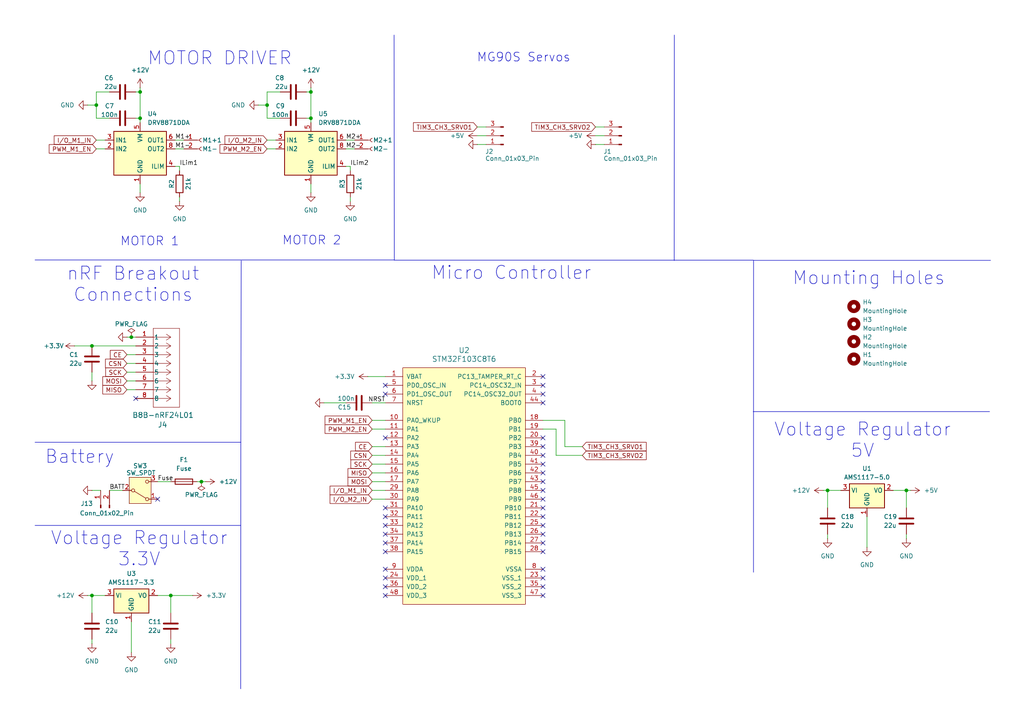
<source format=kicad_sch>
(kicad_sch (version 20250114) (generator "eeschema") (generator_version "9.0")
  (paper "A4")
  (lib_symbols
    (symbol "+12V_1" (power) (pin_numbers (hide yes)) (pin_names (offset 0) (hide yes))
      (property "Value" "+12V" (at 0 3.556 0))
      (symbol "+12V_1_0_1"
        (polyline (pts (xy -0.762 1.27) (xy 0 2.54)))
        (polyline (pts (xy 0 2.54) (xy 0.762 1.27)))
        (polyline (pts (xy 0 0) (xy 0 2.54)))
      )
      (symbol "+12V_1_1_1"
        (pin power_in line (at 0 0 90) (length 0) (name "~") (number "1"))
      )
    )
    (symbol "B8B-PHDSS:B8B-PHDSSLFSN" (pin_names (offset 0.254))
      (property "Reference" "J" (at 8.89 6.35 0))
      (property "Value" "B8B-PHDSSLFSN" (at 0 0 0))
      (symbol "B8B-PHDSSLFSN_1_1"
        (polyline (pts (xy 5.08 2.54) (xy 5.08 -20.32)) (stroke (width 0.127)))
        (polyline (pts (xy 5.08 -20.32) (xy 12.7 -20.32)) (stroke (width 0.127)))
        (polyline (pts (xy 10.16 0) (xy 5.08 0)) (stroke (width 0.127)))
        (polyline (pts (xy 10.16 0) (xy 8.89 0.8467)) (stroke (width 0.127)))
        (polyline (pts (xy 10.16 0) (xy 8.89 -0.8467)) (stroke (width 0.127)))
        (polyline (pts (xy 10.16 -2.54) (xy 5.08 -2.54)) (stroke (width 0.127)))
        (polyline (pts (xy 10.16 -2.54) (xy 8.89 -1.6933)) (stroke (width 0.127)))
        (polyline (pts (xy 10.16 -2.54) (xy 8.89 -3.3867)) (stroke (width 0.127)))
        (polyline (pts (xy 10.16 -5.08) (xy 5.08 -5.08)) (stroke (width 0.127)))
        (polyline (pts (xy 10.16 -5.08) (xy 8.89 -4.2333)) (stroke (width 0.127)))
        (polyline (pts (xy 10.16 -5.08) (xy 8.89 -5.9267)) (stroke (width 0.127)))
        (polyline (pts (xy 10.16 -7.62) (xy 5.08 -7.62)) (stroke (width 0.127)))
        (polyline (pts (xy 10.16 -7.62) (xy 8.89 -6.7733)) (stroke (width 0.127)))
        (polyline (pts (xy 10.16 -7.62) (xy 8.89 -8.4667)) (stroke (width 0.127)))
        (polyline (pts (xy 10.16 -10.16) (xy 5.08 -10.16)) (stroke (width 0.127)))
        (polyline (pts (xy 10.16 -10.16) (xy 8.89 -9.3133)) (stroke (width 0.127)))
        (polyline (pts (xy 10.16 -10.16) (xy 8.89 -11.0067)) (stroke (width 0.127)))
        (polyline (pts (xy 10.16 -12.7) (xy 5.08 -12.7)) (stroke (width 0.127)))
        (polyline (pts (xy 10.16 -12.7) (xy 8.89 -11.8533)) (stroke (width 0.127)))
        (polyline (pts (xy 10.16 -12.7) (xy 8.89 -13.5467)) (stroke (width 0.127)))
        (polyline (pts (xy 10.16 -15.24) (xy 5.08 -15.24)) (stroke (width 0.127)))
        (polyline (pts (xy 10.16 -15.24) (xy 8.89 -14.3933)) (stroke (width 0.127)))
        (polyline (pts (xy 10.16 -15.24) (xy 8.89 -16.0867)) (stroke (width 0.127)))
        (polyline (pts (xy 10.16 -17.78) (xy 5.08 -17.78)) (stroke (width 0.127)))
        (polyline (pts (xy 10.16 -17.78) (xy 8.89 -16.9333)) (stroke (width 0.127)))
        (polyline (pts (xy 10.16 -17.78) (xy 8.89 -18.6267)) (stroke (width 0.127)))
        (polyline (pts (xy 12.7 2.54) (xy 5.08 2.54)) (stroke (width 0.127)))
        (polyline (pts (xy 12.7 -20.32) (xy 12.7 2.54)) (stroke (width 0.127)))
        (pin unspecified line (at 0 0 0) (length 5.08) (name "1") (number "1"))
        (pin unspecified line (at 0 -2.54 0) (length 5.08) (name "2") (number "2"))
        (pin unspecified line (at 0 -5.08 0) (length 5.08) (name "3") (number "3"))
        (pin unspecified line (at 0 -7.62 0) (length 5.08) (name "4") (number "4"))
        (pin unspecified line (at 0 -10.16 0) (length 5.08) (name "5") (number "5"))
        (pin unspecified line (at 0 -12.7 0) (length 5.08) (name "6") (number "6"))
        (pin unspecified line (at 0 -15.24 0) (length 5.08) (name "7") (number "7"))
        (pin unspecified line (at 0 -17.78 0) (length 5.08) (name "8") (number "8"))
      )
      (symbol "B8B-PHDSSLFSN_1_2"
        (polyline (pts (xy 5.08 2.54) (xy 5.08 -20.32)) (stroke (width 0.127)))
        (polyline (pts (xy 5.08 -20.32) (xy 12.7 -20.32)) (stroke (width 0.127)))
        (polyline (pts (xy 7.62 0) (xy 5.08 0)) (stroke (width 0.127)))
        (polyline (pts (xy 7.62 0) (xy 8.89 0.8467)) (stroke (width 0.127)))
        (polyline (pts (xy 7.62 0) (xy 8.89 -0.8467)) (stroke (width 0.127)))
        (polyline (pts (xy 7.62 -2.54) (xy 5.08 -2.54)) (stroke (width 0.127)))
        (polyline (pts (xy 7.62 -2.54) (xy 8.89 -1.6933)) (stroke (width 0.127)))
        (polyline (pts (xy 7.62 -2.54) (xy 8.89 -3.3867)) (stroke (width 0.127)))
        (polyline (pts (xy 7.62 -5.08) (xy 5.08 -5.08)) (stroke (width 0.127)))
        (polyline (pts (xy 7.62 -5.08) (xy 8.89 -4.2333)) (stroke (width 0.127)))
        (polyline (pts (xy 7.62 -5.08) (xy 8.89 -5.9267)) (stroke (width 0.127)))
        (polyline (pts (xy 7.62 -7.62) (xy 5.08 -7.62)) (stroke (width 0.127)))
        (polyline (pts (xy 7.62 -7.62) (xy 8.89 -6.7733)) (stroke (width 0.127)))
        (polyline (pts (xy 7.62 -7.62) (xy 8.89 -8.4667)) (stroke (width 0.127)))
        (polyline (pts (xy 7.62 -10.16) (xy 5.08 -10.16)) (stroke (width 0.127)))
        (polyline (pts (xy 7.62 -10.16) (xy 8.89 -9.3133)) (stroke (width 0.127)))
        (polyline (pts (xy 7.62 -10.16) (xy 8.89 -11.0067)) (stroke (width 0.127)))
        (polyline (pts (xy 7.62 -12.7) (xy 5.08 -12.7)) (stroke (width 0.127)))
        (polyline (pts (xy 7.62 -12.7) (xy 8.89 -11.8533)) (stroke (width 0.127)))
        (polyline (pts (xy 7.62 -12.7) (xy 8.89 -13.5467)) (stroke (width 0.127)))
        (polyline (pts (xy 7.62 -15.24) (xy 5.08 -15.24)) (stroke (width 0.127)))
        (polyline (pts (xy 7.62 -15.24) (xy 8.89 -14.3933)) (stroke (width 0.127)))
        (polyline (pts (xy 7.62 -15.24) (xy 8.89 -16.0867)) (stroke (width 0.127)))
        (polyline (pts (xy 7.62 -17.78) (xy 5.08 -17.78)) (stroke (width 0.127)))
        (polyline (pts (xy 7.62 -17.78) (xy 8.89 -16.9333)) (stroke (width 0.127)))
        (polyline (pts (xy 7.62 -17.78) (xy 8.89 -18.6267)) (stroke (width 0.127)))
        (polyline (pts (xy 12.7 2.54) (xy 5.08 2.54)) (stroke (width 0.127)))
        (polyline (pts (xy 12.7 -20.32) (xy 12.7 2.54)) (stroke (width 0.127)))
        (pin unspecified line (at 0 0 0) (length 5.08) (name "1") (number "1"))
        (pin unspecified line (at 0 -2.54 0) (length 5.08) (name "2") (number "2"))
        (pin unspecified line (at 0 -5.08 0) (length 5.08) (name "3") (number "3"))
        (pin unspecified line (at 0 -7.62 0) (length 5.08) (name "4") (number "4"))
        (pin unspecified line (at 0 -10.16 0) (length 5.08) (name "5") (number "5"))
        (pin unspecified line (at 0 -12.7 0) (length 5.08) (name "6") (number "6"))
        (pin unspecified line (at 0 -15.24 0) (length 5.08) (name "7") (number "7"))
        (pin unspecified line (at 0 -17.78 0) (length 5.08) (name "8") (number "8"))
      )
    )
    (symbol "Connector:Conn_01x02_Pin" (pin_names (offset 1.016) (hide yes))
      (property "Reference" "J" (at 0 2.54 0))
      (property "Value" "Conn_01x02_Pin" (at 0 -5.08 0))
      (symbol "Conn_01x02_Pin_1_1"
        (rectangle (start 0.8636 0.127) (end 0 -0.127) (stroke (width 0.1524)) (fill (type outline)))
        (rectangle (start 0.8636 -2.413) (end 0 -2.667) (stroke (width 0.1524)) (fill (type outline)))
        (polyline (pts (xy 1.27 0) (xy 0.8636 0)) (stroke (width 0.1524)))
        (polyline (pts (xy 1.27 -2.54) (xy 0.8636 -2.54)) (stroke (width 0.1524)))
        (pin passive line (at 5.08 0 180) (length 3.81) (name "Pin_1") (number "1"))
        (pin passive line (at 5.08 -2.54 180) (length 3.81) (name "Pin_2") (number "2"))
      )
    )
    (symbol "Connector:Conn_01x02_Socket" (pin_names (offset 1.016) (hide yes))
      (property "Reference" "J" (at 0 2.54 0))
      (property "Value" "Conn_01x02_Socket" (at 0 -5.08 0))
      (symbol "Conn_01x02_Socket_1_1"
        (polyline (pts (xy -1.27 0) (xy -0.508 0)) (stroke (width 0.1524)))
        (polyline (pts (xy -1.27 -2.54) (xy -0.508 -2.54)) (stroke (width 0.1524)))
        (arc (start 0 -0.508) (mid -0.5058 0) (end 0 0.508) (stroke (width 0.1524)))
        (arc (start 0 -3.048) (mid -0.5058 -2.54) (end 0 -2.032) (stroke (width 0.1524)))
        (pin passive line (at -5.08 0 0) (length 3.81) (name "Pin_1") (number "1"))
        (pin passive line (at -5.08 -2.54 0) (length 3.81) (name "Pin_2") (number "2"))
      )
    )
    (symbol "Connector:Conn_01x03_Pin" (pin_names (offset 1.016) (hide yes))
      (property "Reference" "J" (at 0 5.08 0))
      (property "Value" "Conn_01x03_Pin" (at 0 -5.08 0))
      (symbol "Conn_01x03_Pin_1_1"
        (rectangle (start 0.8636 2.667) (end 0 2.413) (stroke (width 0.1524)) (fill (type outline)))
        (rectangle (start 0.8636 0.127) (end 0 -0.127) (stroke (width 0.1524)) (fill (type outline)))
        (rectangle (start 0.8636 -2.413) (end 0 -2.667) (stroke (width 0.1524)) (fill (type outline)))
        (polyline (pts (xy 1.27 2.54) (xy 0.8636 2.54)) (stroke (width 0.1524)))
        (polyline (pts (xy 1.27 0) (xy 0.8636 0)) (stroke (width 0.1524)))
        (polyline (pts (xy 1.27 -2.54) (xy 0.8636 -2.54)) (stroke (width 0.1524)))
        (pin passive line (at 5.08 2.54 180) (length 3.81) (name "Pin_1") (number "1"))
        (pin passive line (at 5.08 0 180) (length 3.81) (name "Pin_2") (number "2"))
        (pin passive line (at 5.08 -2.54 180) (length 3.81) (name "Pin_3") (number "3"))
      )
    )
    (symbol "Device:C" (pin_numbers (hide yes)) (pin_names (offset 0.254))
      (property "Reference" "C" (at 0.635 2.54 0))
      (property "Value" "C" (at 0.635 -2.54 0))
      (symbol "C_0_1"
        (polyline (pts (xy -2.032 0.762) (xy 2.032 0.762)) (stroke (width 0.508)))
        (polyline (pts (xy -2.032 -0.762) (xy 2.032 -0.762)) (stroke (width 0.508)))
      )
      (symbol "C_1_1"
        (pin passive line (at 0 3.81 270) (length 2.794) (name "~") (number "1"))
        (pin passive line (at 0 -3.81 90) (length 2.794) (name "~") (number "2"))
      )
    )
    (symbol "Device:Fuse" (pin_numbers (hide yes)) (pin_names (offset 0))
      (property "Reference" "F" (at 2.032 0 90))
      (property "Value" "Fuse" (at -1.905 0 90))
      (symbol "Fuse_0_1"
        (rectangle (start -0.762 -2.54) (end 0.762 2.54) (stroke (width 0.254)))
        (polyline (pts (xy 0 2.54) (xy 0 -2.54)))
      )
      (symbol "Fuse_1_1"
        (pin passive line (at 0 3.81 270) (length 1.27) (name "~") (number "1"))
        (pin passive line (at 0 -3.81 90) (length 1.27) (name "~") (number "2"))
      )
    )
    (symbol "Device:R" (pin_numbers (hide yes)) (pin_names (offset 0))
      (property "Reference" "R" (at 2.032 0 90))
      (property "Value" "R" (at 0 0 90))
      (symbol "R_0_1"
        (rectangle (start -1.016 -2.54) (end 1.016 2.54) (stroke (width 0.254)))
      )
      (symbol "R_1_1"
        (pin passive line (at 0 3.81 270) (length 1.27) (name "~") (number "1"))
        (pin passive line (at 0 -3.81 90) (length 1.27) (name "~") (number "2"))
      )
    )
    (symbol "Driver_Motor:DRV8871DDA"
      (property "Reference" "U" (at -6.35 6.35 0))
      (property "Value" "DRV8871DDA" (at 8.89 6.35 0))
      (symbol "DRV8871DDA_0_1"
        (rectangle (start -7.62 5.08) (end 7.62 -7.62) (stroke (width 0.254)) (fill (type background)))
      )
      (symbol "DRV8871DDA_1_1"
        (pin input line (at -10.16 2.54 0) (length 2.54) (name "IN1") (number "3"))
        (pin input line (at -10.16 0 0) (length 2.54) (name "IN2") (number "2"))
        (pin power_in line (at 0 7.62 270) (length 2.54) (name "VM") (number "5"))
        (pin power_in line (at 0 -10.16 90) (length 2.54) (name "GND") (number "1"))
        (pin passive line (at 0 -10.16 90) (length 2.54) (hide yes) (name "GND") (number "7"))
        (pin passive line (at 0 -10.16 90) (length 2.54) (hide yes) (name "GND") (number "9"))
        (pin output line (at 10.16 2.54 180) (length 2.54) (name "OUT1") (number "6"))
        (pin output line (at 10.16 0 180) (length 2.54) (name "OUT2") (number "8"))
        (pin passive line (at 10.16 -5.08 180) (length 2.54) (name "ILIM") (number "4"))
      )
    )
    (symbol "Mechanical:MountingHole" (pin_names (offset 1.016)) (in_bom no)
      (property "Reference" "H" (at 0 5.08 0))
      (property "Value" "MountingHole" (at 0 3.175 0))
      (symbol "MountingHole_0_1"
        (circle (center 0 0) (radius 1.27) (stroke (width 1.27)))
      )
    )
    (symbol "RC25_stm32f103c8t6:STM32F103C8T6" (pin_names (offset 1.016))
      (property "Reference" "U" (at 5.08 0 0))
      (property "Value" "STM32F103C8T6" (at 0 0 0))
      (symbol "STM32F103C8T6_0_1"
        (rectangle (start -17.78 33.02) (end 17.78 -35.56) (fill (type background)))
      )
      (symbol "STM32F103C8T6_1_1"
        (pin power_in line (at -22.86 30.48 0) (length 5.08) (name "VBAT") (number "1"))
        (pin input line (at -22.86 27.94 0) (length 5.08) (name "PD0_OSC_IN") (number "5"))
        (pin output line (at -22.86 25.4 0) (length 5.08) (name "PD1_OSC_OUT") (number "6"))
        (pin bidirectional line (at -22.86 22.86 0) (length 5.08) (name "NRST") (number "7"))
        (pin bidirectional line (at -22.86 17.78 0) (length 5.08) (name "PA0_WKUP") (number "10"))
        (pin bidirectional line (at -22.86 15.24 0) (length 5.08) (name "PA1") (number "11"))
        (pin bidirectional line (at -22.86 12.7 0) (length 5.08) (name "PA2") (number "12"))
        (pin bidirectional line (at -22.86 10.16 0) (length 5.08) (name "PA3") (number "13"))
        (pin bidirectional line (at -22.86 7.62 0) (length 5.08) (name "PA4") (number "14"))
        (pin bidirectional line (at -22.86 5.08 0) (length 5.08) (name "PA5") (number "15"))
        (pin bidirectional line (at -22.86 2.54 0) (length 5.08) (name "PA6") (number "16"))
        (pin bidirectional line (at -22.86 0 0) (length 5.08) (name "PA7") (number "17"))
        (pin bidirectional line (at -22.86 -2.54 0) (length 5.08) (name "PA8") (number "29"))
        (pin bidirectional line (at -22.86 -5.08 0) (length 5.08) (name "PA9") (number "30"))
        (pin bidirectional line (at -22.86 -7.62 0) (length 5.08) (name "PA10") (number "31"))
        (pin bidirectional line (at -22.86 -10.16 0) (length 5.08) (name "PA11") (number "32"))
        (pin bidirectional line (at -22.86 -12.7 0) (length 5.08) (name "PA12") (number "33"))
        (pin bidirectional line (at -22.86 -15.24 0) (length 5.08) (name "PA13") (number "34"))
        (pin power_in line (at -22.86 -17.78 0) (length 5.08) (name "PA14") (number "37"))
        (pin power_in line (at -22.86 -20.32 0) (length 5.08) (name "PA15") (number "38"))
        (pin power_in line (at -22.86 -25.4 0) (length 5.08) (name "VDDA") (number "9"))
        (pin power_in line (at -22.86 -27.94 0) (length 5.08) (name "VDD_1") (number "24"))
        (pin power_in line (at -22.86 -30.48 0) (length 5.08) (name "VDD_2") (number "36"))
        (pin power_in line (at -22.86 -33.02 0) (length 5.08) (name "VDD_3") (number "48"))
        (pin bidirectional line (at 22.86 30.48 180) (length 5.08) (name "PC13_TAMPER_RT_C") (number "2"))
        (pin bidirectional line (at 22.86 27.94 180) (length 5.08) (name "PC14_OSC32_IN") (number "3"))
        (pin bidirectional line (at 22.86 25.4 180) (length 5.08) (name "PC14_OSC32_OUT") (number "4"))
        (pin power_in line (at 22.86 22.86 180) (length 5.08) (name "BOOT0") (number "44"))
        (pin bidirectional line (at 22.86 17.78 180) (length 5.08) (name "PB0") (number "18"))
        (pin bidirectional line (at 22.86 15.24 180) (length 5.08) (name "PB1") (number "19"))
        (pin bidirectional line (at 22.86 12.7 180) (length 5.08) (name "PB2") (number "20"))
        (pin bidirectional line (at 22.86 10.16 180) (length 5.08) (name "PB3") (number "39"))
        (pin bidirectional line (at 22.86 7.62 180) (length 5.08) (name "PB4") (number "40"))
        (pin bidirectional line (at 22.86 5.08 180) (length 5.08) (name "PB5") (number "41"))
        (pin bidirectional line (at 22.86 2.54 180) (length 5.08) (name "PB6") (number "42"))
        (pin bidirectional line (at 22.86 0 180) (length 5.08) (name "PB7") (number "43"))
        (pin bidirectional line (at 22.86 -2.54 180) (length 5.08) (name "PB8") (number "45"))
        (pin bidirectional line (at 22.86 -5.08 180) (length 5.08) (name "PB9") (number "46"))
        (pin bidirectional line (at 22.86 -7.62 180) (length 5.08) (name "PB10") (number "21"))
        (pin bidirectional line (at 22.86 -10.16 180) (length 5.08) (name "PB11") (number "22"))
        (pin bidirectional line (at 22.86 -12.7 180) (length 5.08) (name "PB12") (number "25"))
        (pin bidirectional line (at 22.86 -15.24 180) (length 5.08) (name "PB13") (number "26"))
        (pin bidirectional line (at 22.86 -17.78 180) (length 5.08) (name "PB14") (number "27"))
        (pin bidirectional line (at 22.86 -20.32 180) (length 5.08) (name "PB15") (number "28"))
        (pin power_in line (at 22.86 -25.4 180) (length 5.08) (name "VSSA") (number "8"))
        (pin power_in line (at 22.86 -27.94 180) (length 5.08) (name "VSS_1") (number "23"))
        (pin power_in line (at 22.86 -30.48 180) (length 5.08) (name "VSS_2") (number "35"))
        (pin power_in line (at 22.86 -33.02 180) (length 5.08) (name "VSS_3") (number "47"))
      )
    )
    (symbol "Regulator_Linear:AMS1117-3.3"
      (property "Reference" "U" (at -3.81 3.175 0))
      (property "Value" "AMS1117-3.3" (at 0 3.175 0))
      (symbol "AMS1117-3.3_0_1"
        (rectangle (start -5.08 -5.08) (end 5.08 1.905) (stroke (width 0.254)) (fill (type background)))
      )
      (symbol "AMS1117-3.3_1_1"
        (pin power_in line (at -7.62 0 0) (length 2.54) (name "VI") (number "3"))
        (pin power_in line (at 0 -7.62 90) (length 2.54) (name "GND") (number "1"))
        (pin power_out line (at 7.62 0 180) (length 2.54) (name "VO") (number "2"))
      )
    )
    (symbol "Regulator_Linear:AMS1117-5.0"
      (property "Reference" "U" (at -3.81 3.175 0))
      (property "Value" "AMS1117-5.0" (at 0 3.175 0))
      (symbol "AMS1117-5.0_0_1"
        (rectangle (start -5.08 -5.08) (end 5.08 1.905) (stroke (width 0.254)) (fill (type background)))
      )
      (symbol "AMS1117-5.0_1_1"
        (pin power_in line (at -7.62 0 0) (length 2.54) (name "VI") (number "3"))
        (pin power_in line (at 0 -7.62 90) (length 2.54) (name "GND") (number "1"))
        (pin power_out line (at 7.62 0 180) (length 2.54) (name "VO") (number "2"))
      )
    )
    (symbol "Switch:SW_SPDT" (pin_names (offset 0) (hide yes))
      (property "Reference" "SW" (at 0 5.08 0))
      (property "Value" "SW_SPDT" (at 0 -5.08 0))
      (symbol "SW_SPDT_0_1"
        (circle (center -2.032 0) (radius 0.4572))
        (polyline (pts (xy -1.651 0.254) (xy 1.651 2.286)))
        (circle (center 2.032 2.54) (radius 0.4572))
        (circle (center 2.032 -2.54) (radius 0.4572))
      )
      (symbol "SW_SPDT_1_1"
        (rectangle (start -3.175 3.81) (end 3.175 -3.81) (fill (type background)))
        (pin passive line (at -5.08 0 0) (length 2.54) (name "B") (number "2"))
        (pin passive line (at 5.08 2.54 180) (length 2.54) (name "A") (number "1"))
        (pin passive line (at 5.08 -2.54 180) (length 2.54) (name "C") (number "3"))
      )
    )
    (symbol "power:+3V3" (power) (pin_numbers (hide yes)) (pin_names (offset 0) (hide yes))
      (property "Value" "+3V3" (at 0 3.556 0))
      (symbol "+3V3_0_1"
        (polyline (pts (xy -0.762 1.27) (xy 0 2.54)))
        (polyline (pts (xy 0 2.54) (xy 0.762 1.27)))
        (polyline (pts (xy 0 0) (xy 0 2.54)))
      )
      (symbol "+3V3_1_1"
        (pin power_in line (at 0 0 90) (length 0) (name "~") (number "1"))
      )
    )
    (symbol "power:GND" (power) (pin_numbers (hide yes)) (pin_names (offset 0) (hide yes))
      (property "Value" "GND" (at 0 -3.81 0))
      (symbol "GND_0_1"
        (polyline (pts (xy 0 0) (xy 0 -1.27) (xy 1.27 -1.27) (xy 0 -2.54) (xy -1.27 -1.27) (xy 0 -1.27)))
      )
      (symbol "GND_1_1"
        (pin power_in line (at 0 0 270) (length 0) (name "~") (number "1"))
      )
    )
    (symbol "power:PWR_FLAG" (power) (pin_numbers (hide yes)) (pin_names (offset 0) (hide yes))
      (property "Value" "PWR_FLAG" (at 0 3.81 0))
      (symbol "PWR_FLAG_0_0"
        (pin power_out line (at 0 0 90) (length 0) (name "~") (number "1"))
      )
      (symbol "PWR_FLAG_0_1"
        (polyline (pts (xy 0 0) (xy 0 1.27) (xy -1.016 1.905) (xy 0 2.54) (xy 1.016 1.905) (xy 0 1.27)))
      )
    )
  )
  (text "nRF Breakout\nConnections" (at 38.608 82.55 0) (effects (font (size 3.81 3.81))))
  (text "Voltage Regulator\n3.3V" (at 40.386 159.258 0) (effects (font (size 3.81 3.81))))
  (text "MOTOR DRIVER" (at 63.754 17.018 0) (effects (font (size 3.81 3.81))))
  (text "Micro Controller" (at 148.336 79.248 0) (effects (font (size 3.81 3.81))))
  (text "MG90S Servos" (at 151.892 16.764 0) (effects (font (size 2.54 2.54))))
  (text "MOTOR 1" (at 43.434 70.104 0) (effects (font (size 2.54 2.54))))
  (text "MOTOR 2" (at 90.424 69.85 0) (effects (font (size 2.54 2.54))))
  (text "Battery" (at 23.114 132.588 0) (effects (font (size 3.81 3.81))))
  (text "Mounting Holes" (at 251.968 80.772 0) (effects (font (size 3.81 3.81))))
  (text "Voltage Regulator\n5V" (at 250.19 127.762 0) (effects (font (size 3.81 3.81))))
  (junction (at 27.94 30.48))
  (junction (at 38.1 97.79))
  (junction (at 240.03 142.24))
  (junction (at 40.64 26.67))
  (junction (at 58.42 139.7))
  (junction (at 26.67 100.33))
  (junction (at 90.17 26.67))
  (junction (at 90.17 34.29))
  (junction (at 26.67 172.72))
  (junction (at 77.47 30.48))
  (junction (at 49.53 172.72))
  (junction (at 262.89 142.24))
  (junction (at 40.64 34.29))
  (no_connect (at 157.48 114.3))
  (no_connect (at 111.76 160.02))
  (no_connect (at 157.48 149.86))
  (no_connect (at 157.48 172.72))
  (no_connect (at 157.48 132.08))
  (no_connect (at 157.48 137.16))
  (no_connect (at 157.48 127))
  (no_connect (at 157.48 144.78))
  (no_connect (at 157.48 134.62))
  (no_connect (at 111.76 172.72))
  (no_connect (at 157.48 142.24))
  (no_connect (at 111.76 157.48))
  (no_connect (at 111.76 165.1))
  (no_connect (at 157.48 129.54))
  (no_connect (at 45.72 144.78))
  (no_connect (at 157.48 170.18))
  (no_connect (at 111.76 170.18))
  (no_connect (at 157.48 116.84))
  (no_connect (at 157.48 139.7))
  (no_connect (at 111.76 114.3))
  (no_connect (at 157.48 109.22))
  (no_connect (at 111.76 152.4))
  (no_connect (at 111.76 111.76))
  (no_connect (at 39.37 115.57))
  (no_connect (at 157.48 111.76))
  (no_connect (at 111.76 149.86))
  (no_connect (at 157.48 154.94))
  (no_connect (at 111.76 147.32))
  (no_connect (at 111.76 127))
  (no_connect (at 157.48 165.1))
  (no_connect (at 157.48 157.48))
  (no_connect (at 111.76 154.94))
  (no_connect (at 111.76 167.64))
  (no_connect (at 157.48 160.02))
  (no_connect (at 157.48 147.32))
  (no_connect (at 157.48 167.64))
  (no_connect (at 157.48 152.4))
  (wire (pts (xy 25.4 172.72) (xy 26.67 172.72)))
  (wire (pts (xy 163.83 121.92) (xy 163.83 129.54)))
  (polyline (pts (xy 195.546 75.5741) (xy 195.58 10.16)))
  (wire (pts (xy 240.03 142.24) (xy 240.03 147.32)))
  (wire (pts (xy 240.03 156.21) (xy 240.03 154.94)))
  (wire (pts (xy 27.94 30.48) (xy 27.94 34.29)))
  (wire (pts (xy 101.6 48.26) (xy 101.6 49.53)))
  (wire (pts (xy 111.76 134.62) (xy 107.95 134.62)))
  (wire (pts (xy 77.47 30.48) (xy 77.47 34.29)))
  (wire (pts (xy 88.9 34.29) (xy 90.17 34.29)))
  (wire (pts (xy 36.83 110.49) (xy 39.37 110.49)))
  (wire (pts (xy 138.43 36.83) (xy 140.97 36.83)))
  (wire (pts (xy 26.67 100.33) (xy 39.37 100.33)))
  (wire (pts (xy 25.4 30.48) (xy 27.94 30.48)))
  (wire (pts (xy 77.47 26.67) (xy 81.28 26.67)))
  (wire (pts (xy 102.87 40.64) (xy 100.33 40.64)))
  (wire (pts (xy 40.64 53.34) (xy 40.64 55.88)))
  (wire (pts (xy 111.76 142.24) (xy 107.95 142.24)))
  (wire (pts (xy 90.17 34.29) (xy 90.17 35.56)))
  (wire (pts (xy 262.89 142.24) (xy 262.89 147.32)))
  (wire (pts (xy 157.48 121.92) (xy 163.83 121.92)))
  (wire (pts (xy 251.46 149.86) (xy 251.46 158.75)))
  (wire (pts (xy 90.17 26.67) (xy 90.17 34.29)))
  (wire (pts (xy 88.9 26.67) (xy 90.17 26.67)))
  (wire (pts (xy 55.88 172.72) (xy 49.53 172.72)))
  (wire (pts (xy 36.83 107.95) (xy 39.37 107.95)))
  (wire (pts (xy 264.16 142.24) (xy 262.89 142.24)))
  (wire (pts (xy 77.47 26.67) (xy 77.47 30.48)))
  (wire (pts (xy 26.67 107.95) (xy 26.67 110.49)))
  (wire (pts (xy 93.98 116.84) (xy 100.33 116.84)))
  (wire (pts (xy 111.76 129.54) (xy 107.95 129.54)))
  (wire (pts (xy 161.29 124.46) (xy 157.48 124.46)))
  (wire (pts (xy 35.56 142.24) (xy 31.75 142.24)))
  (wire (pts (xy 21.59 100.33) (xy 26.67 100.33)))
  (wire (pts (xy 163.83 129.54) (xy 168.91 129.54)))
  (wire (pts (xy 40.64 34.29) (xy 40.64 35.56)))
  (wire (pts (xy 26.67 186.69) (xy 26.67 185.42)))
  (wire (pts (xy 111.76 132.08) (xy 107.95 132.08)))
  (wire (pts (xy 40.64 25.4) (xy 40.64 26.67)))
  (wire (pts (xy 172.72 36.83) (xy 175.26 36.83)))
  (wire (pts (xy 77.47 34.29) (xy 81.28 34.29)))
  (wire (pts (xy 39.37 34.29) (xy 40.64 34.29)))
  (wire (pts (xy 111.76 124.46) (xy 107.95 124.46)))
  (polyline (pts (xy 69.814 199.7826) (xy 69.85 128.27)))
  (wire (pts (xy 53.34 40.64) (xy 50.8 40.64)))
  (polyline (pts (xy 10.16 75.4031) (xy 114.3626 75.4031)))
  (wire (pts (xy 39.37 26.67) (xy 40.64 26.67)))
  (wire (pts (xy 101.6 57.15) (xy 101.6 58.42)))
  (wire (pts (xy 26.67 142.24) (xy 29.21 142.24)))
  (wire (pts (xy 40.64 26.67) (xy 40.64 34.29)))
  (wire (pts (xy 172.72 41.91) (xy 175.26 41.91)))
  (wire (pts (xy 36.83 102.87) (xy 39.37 102.87)))
  (wire (pts (xy 161.29 132.08) (xy 161.29 124.46)))
  (wire (pts (xy 77.47 40.64) (xy 80.01 40.64)))
  (wire (pts (xy 106.68 109.22) (xy 111.76 109.22)))
  (wire (pts (xy 138.43 39.37) (xy 140.97 39.37)))
  (wire (pts (xy 45.72 172.72) (xy 49.53 172.72)))
  (wire (pts (xy 100.33 48.26) (xy 101.6 48.26)))
  (wire (pts (xy 111.76 144.78) (xy 107.95 144.78)))
  (wire (pts (xy 168.91 132.08) (xy 161.29 132.08)))
  (wire (pts (xy 111.76 139.7) (xy 107.95 139.7)))
  (wire (pts (xy 107.95 116.84) (xy 111.76 116.84)))
  (wire (pts (xy 111.76 121.92) (xy 107.95 121.92)))
  (wire (pts (xy 240.03 142.24) (xy 243.84 142.24)))
  (wire (pts (xy 74.93 30.48) (xy 77.47 30.48)))
  (wire (pts (xy 138.43 41.91) (xy 140.97 41.91)))
  (wire (pts (xy 49.53 139.7) (xy 45.72 139.7)))
  (polyline (pts (xy 69.85 128.27) (xy 69.9545 75.5996)))
  (wire (pts (xy 90.17 25.4) (xy 90.17 26.67)))
  (wire (pts (xy 53.34 43.18) (xy 50.8 43.18)))
  (wire (pts (xy 27.94 43.18) (xy 30.48 43.18)))
  (wire (pts (xy 27.94 40.64) (xy 30.48 40.64)))
  (wire (pts (xy 50.8 48.26) (xy 52.07 48.26)))
  (wire (pts (xy 27.94 26.67) (xy 31.75 26.67)))
  (wire (pts (xy 27.94 26.67) (xy 27.94 30.48)))
  (polyline (pts (xy 218.5435 165.9764) (xy 218.5651 75.4895)))
  (wire (pts (xy 90.17 53.34) (xy 90.17 55.88)))
  (polyline (pts (xy 218.7261 75.5117) (xy 287.3061 75.5117)))
  (polyline (pts (xy 10.16 152.4) (xy 69.85 152.4)))
  (wire (pts (xy 77.47 43.18) (xy 80.01 43.18)))
  (wire (pts (xy 36.83 97.79) (xy 38.1 97.79)))
  (wire (pts (xy 111.76 137.16) (xy 107.95 137.16)))
  (polyline (pts (xy 114.3538 75.4577) (xy 218.5564 75.4577)))
  (wire (pts (xy 59.69 139.7) (xy 58.42 139.7)))
  (wire (pts (xy 102.87 43.18) (xy 100.33 43.18)))
  (polyline (pts (xy 114.3626 75.4031) (xy 114.3 10.16)))
  (wire (pts (xy 26.67 172.72) (xy 30.48 172.72)))
  (wire (pts (xy 49.53 186.69) (xy 49.53 185.42)))
  (wire (pts (xy 259.08 142.24) (xy 262.89 142.24)))
  (polyline (pts (xy 218.44 119.38) (xy 287.02 119.38)))
  (wire (pts (xy 38.1 97.79) (xy 39.37 97.79)))
  (wire (pts (xy 36.83 113.03) (xy 39.37 113.03)))
  (wire (pts (xy 52.07 48.26) (xy 52.07 49.53)))
  (wire (pts (xy 38.1 180.34) (xy 38.1 189.23)))
  (wire (pts (xy 172.72 39.37) (xy 175.26 39.37)))
  (wire (pts (xy 36.83 105.41) (xy 39.37 105.41)))
  (wire (pts (xy 49.53 172.72) (xy 49.53 177.8)))
  (wire (pts (xy 238.76 142.24) (xy 240.03 142.24)))
  (wire (pts (xy 58.42 139.7) (xy 57.15 139.7)))
  (wire (pts (xy 26.67 172.72) (xy 26.67 177.8)))
  (wire (pts (xy 52.07 57.15) (xy 52.07 58.42)))
  (polyline (pts (xy 10.16 128.27) (xy 69.85 128.27)))
  (wire (pts (xy 262.89 156.21) (xy 262.89 154.94)))
  (wire (pts (xy 27.94 34.29) (xy 31.75 34.29)))
  (label "M2-" (at 100.33 43.18 0))
  (label "NRST" (at 111.76 116.84 180))
  (label "BATT" (at 31.75 142.24 0))
  (label "M1+" (at 50.8 40.64 0))
  (label "ILim1" (at 52.07 48.26 0))
  (label "Fuse" (at 45.72 139.7 0))
  (label "ILim2" (at 101.6 48.26 0))
  (label "M1-" (at 50.8 43.18 0))
  (label "M2+" (at 100.33 40.64 0))
  (global_label "PWM_M2_EN" (shape input) (at 107.95 124.46 180) (property "Intersheetrefs" "${INTERSHEET_REFS}" (effects (hide yes))))
  (global_label "MISO" (shape input) (at 107.95 137.16 180) (property "Intersheetrefs" "${INTERSHEET_REFS}" (effects (hide yes))))
  (global_label "MISO" (shape input) (at 36.83 113.03 180) (property "Intersheetrefs" "${INTERSHEET_REFS}" (effects (hide yes))))
  (global_label "PWM_M2_EN" (shape input) (at 77.47 43.18 180) (property "Intersheetrefs" "${INTERSHEET_REFS}" (effects (hide yes))))
  (global_label "CE" (shape input) (at 36.83 102.87 180) (property "Intersheetrefs" "${INTERSHEET_REFS}" (effects (hide yes))))
  (global_label "I{slash}O_M2_IN" (shape input) (at 77.47 40.64 180) (property "Intersheetrefs" "${INTERSHEET_REFS}" (effects (hide yes))))
  (global_label "PWM_M1_EN" (shape input) (at 107.95 121.92 180) (property "Intersheetrefs" "${INTERSHEET_REFS}" (effects (hide yes))))
  (global_label "MOSI" (shape input) (at 107.95 139.7 180) (property "Intersheetrefs" "${INTERSHEET_REFS}" (effects (hide yes))))
  (global_label "TIM3_CH3_SRVO1" (shape input) (at 138.43 36.83 180) (property "Intersheetrefs" "${INTERSHEET_REFS}" (effects (hide yes))))
  (global_label "I{slash}O_M2_IN" (shape input) (at 107.95 144.78 180) (property "Intersheetrefs" "${INTERSHEET_REFS}" (effects (hide yes))))
  (global_label "TIM3_CH3_SRVO1" (shape input) (at 168.91 129.54 0) (property "Intersheetrefs" "${INTERSHEET_REFS}" (effects (hide yes))))
  (global_label "TIM3_CH3_SRVO2" (shape input) (at 172.72 36.83 180) (property "Intersheetrefs" "${INTERSHEET_REFS}" (effects (hide yes))))
  (global_label "I{slash}O_M1_IN" (shape input) (at 107.95 142.24 180) (property "Intersheetrefs" "${INTERSHEET_REFS}" (effects (hide yes))))
  (global_label "PWM_M1_EN" (shape input) (at 27.94 43.18 180) (property "Intersheetrefs" "${INTERSHEET_REFS}" (effects (hide yes))))
  (global_label "SCK" (shape input) (at 107.95 134.62 180) (property "Intersheetrefs" "${INTERSHEET_REFS}" (effects (hide yes))))
  (global_label "CSN" (shape input) (at 36.83 105.41 180) (property "Intersheetrefs" "${INTERSHEET_REFS}" (effects (hide yes))))
  (global_label "SCK" (shape input) (at 36.83 107.95 180) (property "Intersheetrefs" "${INTERSHEET_REFS}" (effects (hide yes))))
  (global_label "TIM3_CH3_SRVO2" (shape input) (at 168.91 132.08 0) (property "Intersheetrefs" "${INTERSHEET_REFS}" (effects (hide yes))))
  (global_label "CSN" (shape input) (at 107.95 132.08 180) (property "Intersheetrefs" "${INTERSHEET_REFS}" (effects (hide yes))))
  (global_label "CE" (shape input) (at 107.95 129.54 180) (property "Intersheetrefs" "${INTERSHEET_REFS}" (effects (hide yes))))
  (global_label "I{slash}O_M1_IN" (shape input) (at 27.94 40.64 180) (property "Intersheetrefs" "${INTERSHEET_REFS}" (effects (hide yes))))
  (global_label "MOSI" (shape input) (at 36.83 110.49 180) (property "Intersheetrefs" "${INTERSHEET_REFS}" (effects (hide yes))))
  (symbol (lib_id "Device:Fuse") (at 53.34 139.7 90) (unit 1)
    (property "Reference" "F1" (at 53.34 133.35 90))
    (property "Value" "Fuse" (at 53.34 135.89 90))
    (property "Footprint" "Fuse:Fuse_0603_1608Metric" (effects (hide yes)))
    (property "Description" "Fuse" (effects (hide yes)))
  )
  (symbol (lib_id "Connector:Conn_01x02_Pin") (at 29.21 147.32 90) (unit 1)
    (property "Reference" "J13" (at 23.368 146.05 90) (effects (justify right)))
    (property "Value" "Conn_01x02_Pin" (at 23.114 148.844 90) (effects (justify right)))
    (property "Footprint" "Connector_AMASS:AMASS_XT30U-F_1x02_P5.0mm_Vertical" (effects (hide yes)))
    (property "Description" "Generic connector, single row, 01x02, script generated" (effects (hide yes)))
  )
  (symbol (lib_id "B8B-PHDSS:B8B-PHDSSLFSN") (at 39.37 97.79 0) (unit 1)
    (property "Reference" "J4" (at 45.72 123.19 0) (effects (font (size 1.524 1.524)) (justify left)))
    (property "Value" "B8B-nRF24L01" (at 38.354 120.396 0) (effects (font (size 1.524 1.524)) (justify left)))
    (property "Footprint" "JSTConnectors:CONN_B8B-PHDSS_JST" (effects (hide yes)))
    (property "Datasheet" "B8B-PHDSSLFSN" (effects (hide yes)))
  )
  (symbol (lib_id "power:PWR_FLAG") (at 58.42 139.7 180) (unit 1)
    (property "Reference" "#FLG01" (effects (hide yes)))
    (property "Value" "PWR_FLAG" (at 58.42 143.51 0))
    (property "Description" "Special symbol for telling ERC where power comes from" (effects (hide yes)))
  )
  (symbol (lib_id "Device:C") (at 240.03 151.13 0) (unit 1)
    (property "Reference" "C18" (at 243.84 149.8599 0) (effects (justify left)))
    (property "Value" "22u" (at 243.84 152.3999 0) (effects (justify left)))
    (property "Footprint" "Capacitor_SMD:C_0603_1608Metric" (effects (hide yes)))
    (property "Description" "Unpolarized capacitor" (effects (hide yes)))
  )
  (symbol (lib_id "power:GND") (at 93.98 116.84 270) (unit 1)
    (property "Reference" "#PWR014" (effects (hide yes)))
    (property "Value" "GND" (effects (hide yes)))
    (property "Description" "Power symbol creates a global label with name \"GND\" , ground" (effects (hide yes)))
  )
  (symbol (lib_name "+12V_1") (lib_id "power:+12V") (at 59.69 139.7 270) (unit 1)
    (property "Reference" "#PWR021" (effects (hide yes)))
    (property "Value" "+12V" (at 63.5 139.6999 90) (effects (justify left)))
    (property "Description" "Power symbol creates a global label with name \"+12V\"" (effects (hide yes)))
  )
  (symbol (lib_name "+12V_1") (lib_id "power:+12V") (at 40.64 25.4 0) (unit 1)
    (property "Reference" "#PWR05" (effects (hide yes)))
    (property "Value" "+12V" (at 40.64 20.32 0))
    (property "Description" "Power symbol creates a global label with name \"+12V\"" (effects (hide yes)))
  )
  (symbol (lib_id "power:GND") (at 40.64 55.88 0) (unit 1)
    (property "Reference" "#PWR04" (effects (hide yes)))
    (property "Value" "GND" (at 40.64 60.96 0))
    (property "Description" "Power symbol creates a global label with name \"GND\" , ground" (effects (hide yes)))
  )
  (symbol (lib_id "Mechanical:MountingHole") (at 247.65 93.98 0) (unit 1) (in_bom no)
    (property "Reference" "H3" (at 250.19 92.7099 0) (effects (justify left)))
    (property "Value" "MountingHole" (at 250.19 95.2499 0) (effects (justify left)))
    (property "Footprint" "MountingHole:MountingHole_3mm" (effects (hide yes)))
    (property "Description" "Mounting Hole without connection" (effects (hide yes)))
  )
  (symbol (lib_id "power:PWR_FLAG") (at 38.1 97.79 0) (unit 1)
    (property "Reference" "#FLG03" (effects (hide yes)))
    (property "Value" "PWR_FLAG" (at 38.1 93.98 0))
    (property "Description" "Special symbol for telling ERC where power comes from" (effects (hide yes)))
  )
  (symbol (lib_id "RC25_stm32f103c8t6:STM32F103C8T6") (at 134.62 139.7 0) (unit 1)
    (property "Reference" "U2" (at 134.62 101.6 0) (effects (font (size 1.524 1.524))))
    (property "Value" "STM32F103C8T6" (at 134.62 104.14 0) (effects (font (size 1.524 1.524))))
    (property "Footprint" "STM32surface:BLUEPILL" (effects (hide yes)))
  )
  (symbol (lib_id "power:GND") (at 52.07 58.42 0) (unit 1)
    (property "Reference" "#PWR018" (effects (hide yes)))
    (property "Value" "GND" (at 52.07 63.5 0))
    (property "Description" "Power symbol creates a global label with name \"GND\" , ground" (effects (hide yes)))
  )
  (symbol (lib_id "power:GND") (at 90.17 55.88 0) (unit 1)
    (property "Reference" "#PWR07" (effects (hide yes)))
    (property "Value" "GND" (at 90.17 60.96 0))
    (property "Description" "Power symbol creates a global label with name \"GND\" , ground" (effects (hide yes)))
  )
  (symbol (lib_id "Device:R") (at 52.07 53.34 180) (unit 1)
    (property "Reference" "R2" (at 49.784 53.34 90))
    (property "Value" "21k" (at 54.61 53.34 90))
    (property "Footprint" "Resistor_SMD:R_0603_1608Metric" (effects (hide yes)))
    (property "Description" "Resistor" (effects (hide yes)))
  )
  (symbol (lib_id "Mechanical:MountingHole") (at 247.65 99.06 0) (unit 1) (in_bom no)
    (property "Reference" "H2" (at 250.19 97.7899 0) (effects (justify left)))
    (property "Value" "MountingHole" (at 250.19 100.3299 0) (effects (justify left)))
    (property "Footprint" "MountingHole:MountingHole_3mm" (effects (hide yes)))
    (property "Description" "Mounting Hole without connection" (effects (hide yes)))
  )
  (symbol (lib_name "+12V_1") (lib_id "power:+12V") (at 21.59 100.33 90) (unit 1)
    (property "Reference" "#PWR01" (effects (hide yes)))
    (property "Value" "+3.3V" (at 18.542 100.33 90) (effects (justify left)))
    (property "Description" "Power symbol creates a global label with name \"+12V\"" (effects (hide yes)))
  )
  (symbol (lib_id "power:+3V3") (at 55.88 172.72 270) (unit 1)
    (property "Reference" "#PWR017" (effects (hide yes)))
    (property "Value" "+3.3V" (at 59.69 172.7199 90) (effects (justify left)))
    (property "Description" "Power symbol creates a global label with name \"+3V3\"" (effects (hide yes)))
  )
  (symbol (lib_id "power:GND") (at 38.1 189.23 0) (unit 1)
    (property "Reference" "#PWR015" (effects (hide yes)))
    (property "Value" "GND" (at 38.1 194.31 0))
    (property "Description" "Power symbol creates a global label with name \"GND\" , ground" (effects (hide yes)))
  )
  (symbol (lib_id "power:GND") (at 251.46 158.75 0) (unit 1)
    (property "Reference" "#PWR026" (effects (hide yes)))
    (property "Value" "GND" (at 251.46 163.83 0))
    (property "Description" "Power symbol creates a global label with name \"GND\" , ground" (effects (hide yes)))
  )
  (symbol (lib_id "power:GND") (at 262.89 156.21 0) (unit 1)
    (property "Reference" "#PWR030" (effects (hide yes)))
    (property "Value" "GND" (at 262.89 161.29 0))
    (property "Description" "Power symbol creates a global label with name \"GND\" , ground" (effects (hide yes)))
  )
  (symbol (lib_id "Mechanical:MountingHole") (at 247.65 88.9 0) (unit 1) (in_bom no)
    (property "Reference" "H4" (at 250.19 87.6299 0) (effects (justify left)))
    (property "Value" "MountingHole" (at 250.19 90.1699 0) (effects (justify left)))
    (property "Footprint" "MountingHole:MountingHole_3mm" (effects (hide yes)))
    (property "Description" "Mounting Hole without connection" (effects (hide yes)))
  )
  (symbol (lib_id "Device:R") (at 101.6 53.34 180) (unit 1)
    (property "Reference" "R3" (at 99.314 53.34 90))
    (property "Value" "21k" (at 104.14 53.34 90))
    (property "Footprint" "Resistor_SMD:R_0603_1608Metric" (effects (hide yes)))
    (property "Description" "Resistor" (effects (hide yes)))
  )
  (symbol (lib_name "+12V_1") (lib_id "power:+12V") (at 25.4 172.72 90) (unit 1)
    (property "Reference" "#PWR022" (effects (hide yes)))
    (property "Value" "+12V" (at 21.59 172.7199 90) (effects (justify left)))
    (property "Description" "Power symbol creates a global label with name \"+12V\"" (effects (hide yes)))
  )
  (symbol (lib_id "Driver_Motor:DRV8871DDA") (at 90.17 43.18 0) (unit 1)
    (property "Reference" "U5" (at 92.3133 33.02 0) (effects (justify left)))
    (property "Value" "DRV8871DDA" (at 92.3133 35.56 0) (effects (justify left)))
    (property "Footprint" "Package_SO:Texas_HTSOP-8-1EP_3.9x4.9mm_P1.27mm_EP2.95x4.9mm_Mask2.4x3.1mm_ThermalVias" (effects (hide yes)))
    (property "Datasheet" "http://www.ti.com/lit/ds/symlink/drv8871.pdf" (effects (hide yes)))
    (property "Description" "Brushed DC Motor Driver, PWM Control, 45V, 3.6A, Current limiting, HTSOP-8" (effects (hide yes)))
  )
  (symbol (lib_id "power:GND") (at 26.67 110.49 0) (unit 1)
    (property "Reference" "#PWR08" (effects (hide yes)))
    (property "Value" "GND" (effects (hide yes)))
  )
  (symbol (lib_id "Connector:Conn_01x02_Socket") (at 58.42 40.64 0) (unit 1)
    (property "Reference" "M1+1" (at 58.674 40.64 0) (effects (justify left)))
    (property "Value" "M1-" (at 58.674 43.18 0) (effects (justify left)))
    (property "Footprint" "Connector_JST:JST_XH_B2B-XH-A_1x02_P2.50mm_Vertical" (effects (hide yes)))
  )
  (symbol (lib_id "Connector:Conn_01x03_Pin") (at 146.05 39.37 180) (unit 1)
    (property "Reference" "J2" (at 140.716 43.942 0) (effects (justify right)))
    (property "Value" "Conn_01x03_Pin" (at 140.716 45.974 0) (effects (justify right)))
    (property "Footprint" "Connector_JST:JST_XH_B3B-XH-A_1x03_P2.50mm_Vertical" (effects (hide yes)))
    (property "Description" "Generic connector, single row, 01x03, script generated" (effects (hide yes)))
  )
  (symbol (lib_id "power:GND") (at 101.6 58.42 0) (unit 1)
    (property "Reference" "#PWR019" (effects (hide yes)))
    (property "Value" "GND" (at 101.6 63.5 0))
    (property "Description" "Power symbol creates a global label with name \"GND\" , ground" (effects (hide yes)))
  )
  (symbol (lib_id "power:GND") (at 138.43 41.91 270) (unit 1)
    (property "Reference" "#PWR037" (effects (hide yes)))
    (property "Value" "GND" (effects (hide yes)))
    (property "Description" "Power symbol creates a global label with name \"GND\" , ground" (effects (hide yes)))
  )
  (symbol (lib_id "power:+3V3") (at 138.43 39.37 90) (unit 1)
    (property "Reference" "#PWR032" (effects (hide yes)))
    (property "Value" "+5V" (at 134.62 39.3699 90) (effects (justify left)))
    (property "Description" "Power symbol creates a global label with name \"+3V3\"" (effects (hide yes)))
  )
  (symbol (lib_id "Mechanical:MountingHole") (at 247.65 104.14 0) (unit 1) (in_bom no)
    (property "Reference" "H1" (at 250.19 102.8699 0) (effects (justify left)))
    (property "Value" "MountingHole" (at 250.19 105.4099 0) (effects (justify left)))
    (property "Footprint" "MountingHole:MountingHole_3mm" (effects (hide yes)))
    (property "Description" "Mounting Hole without connection" (effects (hide yes)))
  )
  (symbol (lib_id "power:GND") (at 172.72 41.91 270) (unit 1)
    (property "Reference" "#PWR038" (effects (hide yes)))
    (property "Value" "GND" (effects (hide yes)))
    (property "Description" "Power symbol creates a global label with name \"GND\" , ground" (effects (hide yes)))
  )
  (symbol (lib_name "+12V_1") (lib_id "power:+12V") (at 90.17 25.4 0) (unit 1)
    (property "Reference" "#PWR016" (effects (hide yes)))
    (property "Value" "+12V" (at 90.17 20.32 0))
    (property "Description" "Power symbol creates a global label with name \"+12V\"" (effects (hide yes)))
  )
  (symbol (lib_id "power:GND") (at 26.67 186.69 0) (unit 1)
    (property "Reference" "#PWR023" (effects (hide yes)))
    (property "Value" "GND" (at 26.67 191.77 0))
    (property "Description" "Power symbol creates a global label with name \"GND\" , ground" (effects (hide yes)))
  )
  (symbol (lib_id "Connector:Conn_01x03_Pin") (at 180.34 39.37 180) (unit 1)
    (property "Reference" "J1" (at 175.006 43.942 0) (effects (justify right)))
    (property "Value" "Conn_01x03_Pin" (at 175.006 45.974 0) (effects (justify right)))
    (property "Footprint" "Connector_JST:JST_XH_B3B-XH-A_1x03_P2.50mm_Vertical" (effects (hide yes)))
    (property "Description" "Generic connector, single row, 01x03, script generated" (effects (hide yes)))
  )
  (symbol (lib_id "Device:C") (at 85.09 34.29 90) (unit 1)
    (property "Reference" "C9" (at 81.28 30.734 90))
    (property "Value" "100n" (at 81.28 33.274 90))
    (property "Footprint" "Capacitor_SMD:C_0603_1608Metric" (effects (hide yes)))
    (property "Description" "Unpolarized capacitor" (effects (hide yes)))
  )
  (symbol (lib_id "power:GND") (at 74.93 30.48 270) (unit 1)
    (property "Reference" "#PWR06" (effects (hide yes)))
    (property "Value" "GND" (at 71.12 30.4799 90) (effects (justify right)))
    (property "Description" "Power symbol creates a global label with name \"GND\" , ground" (effects (hide yes)))
  )
  (symbol (lib_id "power:+3V3") (at 172.72 39.37 90) (unit 1)
    (property "Reference" "#PWR033" (effects (hide yes)))
    (property "Value" "+5V" (at 168.91 39.3699 90) (effects (justify left)))
    (property "Description" "Power symbol creates a global label with name \"+3V3\"" (effects (hide yes)))
  )
  (symbol (lib_id "power:GND") (at 26.67 142.24 270) (unit 1)
    (property "Reference" "#PWR024" (effects (hide yes)))
    (property "Value" "GND" (effects (hide yes)))
  )
  (symbol (lib_id "Driver_Motor:DRV8871DDA") (at 40.64 43.18 0) (unit 1)
    (property "Reference" "U4" (at 42.7833 33.02 0) (effects (justify left)))
    (property "Value" "DRV8871DDA" (at 42.7833 35.56 0) (effects (justify left)))
    (property "Footprint" "Package_SO:Texas_HTSOP-8-1EP_3.9x4.9mm_P1.27mm_EP2.95x4.9mm_Mask2.4x3.1mm_ThermalVias" (effects (hide yes)))
    (property "Datasheet" "http://www.ti.com/lit/ds/symlink/drv8871.pdf" (effects (hide yes)))
    (property "Description" "Brushed DC Motor Driver, PWM Control, 45V, 3.6A, Current limiting, HTSOP-8" (effects (hide yes)))
  )
  (symbol (lib_id "Device:C") (at 262.89 151.13 0) (unit 1)
    (property "Reference" "C19" (at 256.286 149.86 0) (effects (justify left)))
    (property "Value" "22u" (at 256.286 152.4 0) (effects (justify left)))
    (property "Footprint" "Capacitor_SMD:C_0603_1608Metric" (effects (hide yes)))
    (property "Description" "Unpolarized capacitor" (effects (hide yes)))
  )
  (symbol (lib_id "power:GND") (at 25.4 30.48 270) (unit 1)
    (property "Reference" "#PWR020" (effects (hide yes)))
    (property "Value" "GND" (at 21.59 30.4799 90) (effects (justify right)))
    (property "Description" "Power symbol creates a global label with name \"GND\" , ground" (effects (hide yes)))
  )
  (symbol (lib_id "Device:C") (at 35.56 34.29 90) (unit 1)
    (property "Reference" "C7" (at 31.75 30.734 90))
    (property "Value" "100n" (at 31.75 33.274 90))
    (property "Footprint" "Capacitor_SMD:C_0603_1608Metric" (effects (hide yes)))
    (property "Description" "Unpolarized capacitor" (effects (hide yes)))
  )
  (symbol (lib_id "Regulator_Linear:AMS1117-5.0") (at 251.46 142.24 0) (unit 1)
    (property "Reference" "U1" (at 251.46 135.89 0))
    (property "Value" "AMS1117-5.0" (at 251.46 138.43 0))
    (property "Footprint" "Package_TO_SOT_SMD:SOT-223-3_TabPin2" (effects (hide yes)))
    (property "Datasheet" "http://www.advanced-monolithic.com/pdf/ds1117.pdf" (effects (hide yes)))
    (property "Description" "1A Low Dropout regulator, positive, 5.0V fixed output, SOT-223" (effects (hide yes)))
  )
  (symbol (lib_id "Device:C") (at 104.14 116.84 270) (unit 1)
    (property "Reference" "C15" (at 101.854 118.11 90) (effects (justify right)))
    (property "Value" "100n" (at 102.87 115.57 90) (effects (justify right)))
    (property "Footprint" "Capacitor_SMD:C_0603_1608Metric" (effects (hide yes)))
    (property "Description" "Unpolarized capacitor" (effects (hide yes)))
  )
  (symbol (lib_id "Device:C") (at 35.56 26.67 90) (unit 1)
    (property "Reference" "C6" (at 30.226 22.606 90) (effects (justify right)))
    (property "Value" "22u" (at 30.226 25.146 90) (effects (justify right)))
    (property "Footprint" "Capacitor_SMD:C_0603_1608Metric" (effects (hide yes)))
    (property "Description" "Unpolarized capacitor" (effects (hide yes)))
  )
  (symbol (lib_id "Device:C") (at 49.53 181.61 0) (unit 1)
    (property "Reference" "C11" (at 42.926 180.34 0) (effects (justify left)))
    (property "Value" "22u" (at 42.926 182.88 0) (effects (justify left)))
    (property "Footprint" "Capacitor_SMD:C_0603_1608Metric" (effects (hide yes)))
    (property "Description" "Unpolarized capacitor" (effects (hide yes)))
  )
  (symbol (lib_id "Device:C") (at 26.67 104.14 0) (unit 1)
    (property "Reference" "C1" (at 20.066 102.87 0) (effects (justify left)))
    (property "Value" "22u" (at 20.066 105.41 0) (effects (justify left)))
    (property "Footprint" "Capacitor_SMD:C_0603_1608Metric" (effects (hide yes)))
    (property "Description" "Unpolarized capacitor" (effects (hide yes)))
  )
  (symbol (lib_id "Switch:SW_SPDT") (at 40.64 142.24 0) (mirror x) (unit 1)
    (property "Reference" "SW3" (at 40.64 135.128 0))
    (property "Value" "SW_SPDT" (at 40.894 137.16 0))
    (property "Footprint" "Zesti:SPDT_OS102011_CNK" (effects (hide yes)))
    (property "Description" "Switch, single pole double throw" (effects (hide yes)))
  )
  (symbol (lib_id "power:+3V3") (at 106.68 109.22 90) (unit 1)
    (property "Reference" "#PWR03" (effects (hide yes)))
    (property "Value" "+3.3V" (at 102.87 109.2199 90) (effects (justify left)))
    (property "Description" "Power symbol creates a global label with name \"+3V3\"" (effects (hide yes)))
  )
  (symbol (lib_id "power:+3V3") (at 264.16 142.24 270) (unit 1)
    (property "Reference" "#PWR031" (effects (hide yes)))
    (property "Value" "+5V" (at 267.97 142.2399 90) (effects (justify left)))
    (property "Description" "Power symbol creates a global label with name \"+3V3\"" (effects (hide yes)))
  )
  (symbol (lib_id "Device:C") (at 26.67 181.61 0) (unit 1)
    (property "Reference" "C10" (at 30.48 180.3399 0) (effects (justify left)))
    (property "Value" "22u" (at 30.48 182.8799 0) (effects (justify left)))
    (property "Footprint" "Capacitor_SMD:C_0603_1608Metric" (effects (hide yes)))
    (property "Description" "Unpolarized capacitor" (effects (hide yes)))
  )
  (symbol (lib_id "power:GND") (at 240.03 156.21 0) (unit 1)
    (property "Reference" "#PWR011" (effects (hide yes)))
    (property "Value" "GND" (at 240.03 161.29 0))
    (property "Description" "Power symbol creates a global label with name \"GND\" , ground" (effects (hide yes)))
  )
  (symbol (lib_id "power:GND") (at 49.53 186.69 0) (unit 1)
    (property "Reference" "#PWR025" (effects (hide yes)))
    (property "Value" "GND" (at 49.53 191.77 0))
    (property "Description" "Power symbol creates a global label with name \"GND\" , ground" (effects (hide yes)))
  )
  (symbol (lib_name "+12V_1") (lib_id "power:+12V") (at 238.76 142.24 90) (unit 1)
    (property "Reference" "#PWR010" (effects (hide yes)))
    (property "Value" "+12V" (at 234.95 142.2399 90) (effects (justify left)))
    (property "Description" "Power symbol creates a global label with name \"+12V\"" (effects (hide yes)))
  )
  (symbol (lib_id "Device:C") (at 85.09 26.67 90) (unit 1)
    (property "Reference" "C8" (at 79.756 22.606 90) (effects (justify right)))
    (property "Value" "22u" (at 79.756 25.146 90) (effects (justify right)))
    (property "Footprint" "Capacitor_SMD:C_0603_1608Metric" (effects (hide yes)))
    (property "Description" "Unpolarized capacitor" (effects (hide yes)))
  )
  (symbol (lib_id "Regulator_Linear:AMS1117-3.3") (at 38.1 172.72 0) (unit 1)
    (property "Reference" "U3" (at 38.1 166.37 0))
    (property "Value" "AMS1117-3.3" (at 38.1 168.91 0))
    (property "Footprint" "Package_TO_SOT_SMD:SOT-223-3_TabPin2" (effects (hide yes)))
    (property "Datasheet" "http://www.advanced-monolithic.com/pdf/ds1117.pdf" (effects (hide yes)))
    (property "Description" "1A Low Dropout regulator, positive, 3.3V fixed output, SOT-223" (effects (hide yes)))
  )
  (symbol (lib_id "Connector:Conn_01x02_Socket") (at 107.95 40.64 0) (unit 1)
    (property "Reference" "M2+1" (at 108.204 40.64 0) (effects (justify left)))
    (property "Value" "M2-" (at 108.204 43.18 0) (effects (justify left)))
    (property "Footprint" "Connector_JST:JST_XH_B2B-XH-A_1x02_P2.50mm_Vertical" (effects (hide yes)))
  )
  (symbol (lib_id "power:GND") (at 36.83 97.79 270) (unit 1)
    (property "Reference" "#PWR02" (effects (hide yes)))
    (property "Value" "GND" (effects (hide yes)))
  )
)
</source>
